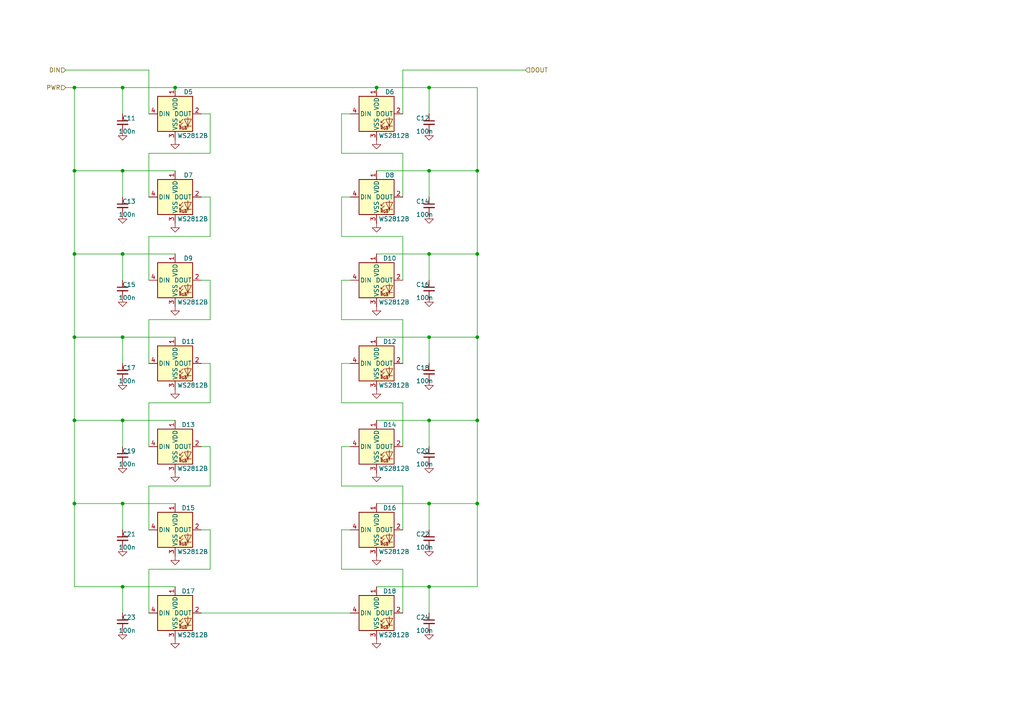
<source format=kicad_sch>
(kicad_sch (version 20211123) (generator eeschema)
  (paper "A4")
  (lib_symbols
    (symbol "Device:C_Small" (pin_numbers hide) (pin_names (offset 0.254) hide)
      (property "Reference" "C" (at 0.254 1.778 0))
      (property "Value" "C_Small" (at 0.254 -2.032 0))
      (symbol "C_Small_0_1"
        (polyline (pts (xy -1.524 -0.508) (xy 1.524 -0.508)) (stroke (width 0.3302)))
        (polyline (pts (xy -1.524 0.508) (xy 1.524 0.508)) (stroke (width 0.3048)))
      )
      (symbol "C_Small_1_1"
        (pin passive line (at 0 2.54 270) (length 2.032) (name "~") (number "1"))
        (pin passive line (at 0 -2.54 90) (length 2.032) (name "~") (number "2"))
      )
    )
    (symbol "GND_29" (power) (pin_names (offset 0))
      (property "Value" "GND_29" (at 0 -3.81 0))
      (symbol "GND_29_0_1"
        (polyline (pts (xy 0 0) (xy 0 -1.27) (xy 1.27 -1.27) (xy 0 -2.54) (xy -1.27 -1.27) (xy 0 -1.27)))
      )
      (symbol "GND_29_1_1"
        (pin power_in line (at 0 0 270) (length 0) hide (name "GND") (number "1"))
      )
    )
    (symbol "LED:WS2812B" (pin_names (offset 0.254))
      (property "Reference" "D" (at 5.08 5.715 0))
      (property "Value" "WS2812B" (at 1.27 -5.715 0))
      (symbol "WS2812B_0_0"
        (text "RGB" (at 2.286 -4.191 0) (effects (font (size 0.762 0.762))))
      )
      (symbol "WS2812B_0_1"
        (polyline (pts (xy 1.27 -3.556) (xy 1.778 -3.556)))
        (polyline (pts (xy 1.27 -2.54) (xy 1.778 -2.54)))
        (polyline (pts (xy 4.699 -3.556) (xy 2.667 -3.556)))
        (polyline (pts (xy 2.286 -2.54) (xy 1.27 -3.556) (xy 1.27 -3.048)))
        (polyline (pts (xy 2.286 -1.524) (xy 1.27 -2.54) (xy 1.27 -2.032)))
        (polyline (pts (xy 3.683 -1.016) (xy 3.683 -3.556) (xy 3.683 -4.064)))
        (polyline (pts (xy 4.699 -1.524) (xy 2.667 -1.524) (xy 3.683 -3.556) (xy 4.699 -1.524)))
        (rectangle (start 5.08 5.08) (end -5.08 -5.08) (stroke (width 0.254)) (fill (type background)))
      )
      (symbol "WS2812B_1_1"
        (pin power_in line (at 0 7.62 270) (length 2.54) (name "VDD") (number "1"))
        (pin output line (at 7.62 0 180) (length 2.54) (name "DOUT") (number "2"))
        (pin power_in line (at 0 -7.62 90) (length 2.54) (name "VSS") (number "3"))
        (pin input line (at -7.62 0 0) (length 2.54) (name "DIN") (number "4"))
      )
    )
  )
  (junction (at 138.43 73.66))
  (junction (at 124.46 25.4))
  (junction (at 35.56 97.79))
  (junction (at 124.46 49.53))
  (junction (at 50.8 25.4))
  (junction (at 124.46 73.66))
  (junction (at 35.56 25.4))
  (junction (at 35.56 121.92))
  (junction (at 21.59 25.4))
  (junction (at 138.43 121.92))
  (junction (at 124.46 121.92))
  (junction (at 35.56 73.66))
  (junction (at 138.43 97.79))
  (junction (at 21.59 121.92))
  (junction (at 138.43 146.05))
  (junction (at 21.59 49.53))
  (junction (at 35.56 49.53))
  (junction (at 124.46 170.18))
  (junction (at 124.46 146.05))
  (junction (at 21.59 97.79))
  (junction (at 124.46 97.79))
  (junction (at 35.56 170.18))
  (junction (at 21.59 146.05))
  (junction (at 109.22 25.4))
  (junction (at 35.56 146.05))
  (junction (at 138.43 49.53))
  (junction (at 21.59 73.66))
  (wire (pts (xy 21.59 25.4) (xy 21.59 49.53)))
  (wire (pts (xy 58.42 81.28) (xy 60.96 81.28)))
  (wire (pts (xy 21.59 146.05) (xy 21.59 170.18)))
  (wire (pts (xy 138.43 97.79) (xy 124.46 97.79)))
  (wire (pts (xy 101.6 105.41) (xy 99.06 105.41)))
  (wire (pts (xy 124.46 170.18) (xy 124.46 177.8)))
  (wire (pts (xy 43.18 92.71) (xy 60.96 92.71)))
  (wire (pts (xy 58.42 129.54) (xy 60.96 129.54)))
  (wire (pts (xy 124.46 97.79) (xy 109.22 97.79)))
  (wire (pts (xy 116.84 57.15) (xy 116.84 44.45)))
  (wire (pts (xy 124.46 73.66) (xy 109.22 73.66)))
  (wire (pts (xy 124.46 25.4) (xy 124.46 33.02)))
  (wire (pts (xy 35.56 121.92) (xy 50.8 121.92)))
  (wire (pts (xy 58.42 57.15) (xy 60.96 57.15)))
  (wire (pts (xy 138.43 170.18) (xy 124.46 170.18)))
  (wire (pts (xy 21.59 49.53) (xy 21.59 73.66)))
  (wire (pts (xy 60.96 44.45) (xy 60.96 33.02)))
  (wire (pts (xy 43.18 153.67) (xy 43.18 140.97)))
  (wire (pts (xy 138.43 121.92) (xy 138.43 146.05)))
  (wire (pts (xy 21.59 146.05) (xy 35.56 146.05)))
  (wire (pts (xy 35.56 170.18) (xy 50.8 170.18)))
  (wire (pts (xy 124.46 73.66) (xy 124.46 81.28)))
  (wire (pts (xy 43.18 129.54) (xy 43.18 116.84)))
  (wire (pts (xy 60.96 165.1) (xy 60.96 153.67)))
  (wire (pts (xy 116.84 44.45) (xy 99.06 44.45)))
  (wire (pts (xy 58.42 153.67) (xy 60.96 153.67)))
  (wire (pts (xy 116.84 140.97) (xy 99.06 140.97)))
  (wire (pts (xy 99.06 140.97) (xy 99.06 129.54)))
  (wire (pts (xy 101.6 129.54) (xy 99.06 129.54)))
  (wire (pts (xy 124.46 170.18) (xy 109.22 170.18)))
  (wire (pts (xy 124.46 146.05) (xy 124.46 153.67)))
  (wire (pts (xy 60.96 140.97) (xy 60.96 129.54)))
  (wire (pts (xy 35.56 170.18) (xy 35.56 177.8)))
  (wire (pts (xy 35.56 146.05) (xy 35.56 153.67)))
  (wire (pts (xy 35.56 49.53) (xy 35.56 57.15)))
  (wire (pts (xy 21.59 49.53) (xy 35.56 49.53)))
  (wire (pts (xy 21.59 73.66) (xy 21.59 97.79)))
  (wire (pts (xy 50.8 25.4) (xy 109.22 25.4)))
  (wire (pts (xy 60.96 68.58) (xy 60.96 57.15)))
  (wire (pts (xy 124.46 97.79) (xy 124.46 105.41)))
  (wire (pts (xy 124.46 25.4) (xy 109.22 25.4)))
  (wire (pts (xy 35.56 146.05) (xy 50.8 146.05)))
  (wire (pts (xy 43.18 68.58) (xy 60.96 68.58)))
  (wire (pts (xy 124.46 121.92) (xy 124.46 129.54)))
  (wire (pts (xy 21.59 170.18) (xy 35.56 170.18)))
  (wire (pts (xy 138.43 25.4) (xy 124.46 25.4)))
  (wire (pts (xy 124.46 49.53) (xy 124.46 57.15)))
  (wire (pts (xy 99.06 116.84) (xy 99.06 105.41)))
  (wire (pts (xy 124.46 121.92) (xy 109.22 121.92)))
  (wire (pts (xy 116.84 177.8) (xy 116.84 165.1)))
  (wire (pts (xy 21.59 97.79) (xy 35.56 97.79)))
  (wire (pts (xy 138.43 73.66) (xy 138.43 97.79)))
  (wire (pts (xy 35.56 97.79) (xy 35.56 105.41)))
  (wire (pts (xy 138.43 121.92) (xy 124.46 121.92)))
  (wire (pts (xy 21.59 73.66) (xy 35.56 73.66)))
  (wire (pts (xy 43.18 105.41) (xy 43.18 92.71)))
  (wire (pts (xy 101.6 81.28) (xy 99.06 81.28)))
  (wire (pts (xy 35.56 121.92) (xy 35.56 129.54)))
  (wire (pts (xy 35.56 25.4) (xy 35.56 33.02)))
  (wire (pts (xy 35.56 49.53) (xy 50.8 49.53)))
  (wire (pts (xy 116.84 20.32) (xy 152.4 20.32)))
  (wire (pts (xy 35.56 25.4) (xy 50.8 25.4)))
  (wire (pts (xy 43.18 33.02) (xy 43.18 20.32)))
  (wire (pts (xy 21.59 97.79) (xy 21.59 121.92)))
  (wire (pts (xy 138.43 97.79) (xy 138.43 121.92)))
  (wire (pts (xy 116.84 165.1) (xy 99.06 165.1)))
  (wire (pts (xy 58.42 33.02) (xy 60.96 33.02)))
  (wire (pts (xy 101.6 33.02) (xy 99.06 33.02)))
  (wire (pts (xy 35.56 73.66) (xy 50.8 73.66)))
  (wire (pts (xy 116.84 33.02) (xy 116.84 20.32)))
  (wire (pts (xy 99.06 68.58) (xy 99.06 57.15)))
  (wire (pts (xy 116.84 81.28) (xy 116.84 68.58)))
  (wire (pts (xy 116.84 116.84) (xy 99.06 116.84)))
  (wire (pts (xy 60.96 92.71) (xy 60.96 81.28)))
  (wire (pts (xy 116.84 68.58) (xy 99.06 68.58)))
  (wire (pts (xy 43.18 140.97) (xy 60.96 140.97)))
  (wire (pts (xy 116.84 153.67) (xy 116.84 140.97)))
  (wire (pts (xy 19.05 25.4) (xy 21.59 25.4)))
  (wire (pts (xy 60.96 116.84) (xy 60.96 105.41)))
  (wire (pts (xy 99.06 92.71) (xy 99.06 81.28)))
  (wire (pts (xy 35.56 97.79) (xy 50.8 97.79)))
  (wire (pts (xy 21.59 121.92) (xy 35.56 121.92)))
  (wire (pts (xy 138.43 25.4) (xy 138.43 49.53)))
  (wire (pts (xy 138.43 146.05) (xy 124.46 146.05)))
  (wire (pts (xy 116.84 129.54) (xy 116.84 116.84)))
  (wire (pts (xy 43.18 165.1) (xy 60.96 165.1)))
  (wire (pts (xy 138.43 73.66) (xy 124.46 73.66)))
  (wire (pts (xy 116.84 92.71) (xy 99.06 92.71)))
  (wire (pts (xy 58.42 105.41) (xy 60.96 105.41)))
  (wire (pts (xy 43.18 44.45) (xy 60.96 44.45)))
  (wire (pts (xy 138.43 49.53) (xy 124.46 49.53)))
  (wire (pts (xy 99.06 44.45) (xy 99.06 33.02)))
  (wire (pts (xy 101.6 57.15) (xy 99.06 57.15)))
  (wire (pts (xy 99.06 165.1) (xy 99.06 153.67)))
  (wire (pts (xy 21.59 121.92) (xy 21.59 146.05)))
  (wire (pts (xy 138.43 49.53) (xy 138.43 73.66)))
  (wire (pts (xy 43.18 116.84) (xy 60.96 116.84)))
  (wire (pts (xy 138.43 146.05) (xy 138.43 170.18)))
  (wire (pts (xy 124.46 146.05) (xy 109.22 146.05)))
  (wire (pts (xy 43.18 81.28) (xy 43.18 68.58)))
  (wire (pts (xy 58.42 177.8) (xy 101.6 177.8)))
  (wire (pts (xy 43.18 177.8) (xy 43.18 165.1)))
  (wire (pts (xy 19.05 20.32) (xy 43.18 20.32)))
  (wire (pts (xy 101.6 153.67) (xy 99.06 153.67)))
  (wire (pts (xy 43.18 57.15) (xy 43.18 44.45)))
  (wire (pts (xy 124.46 49.53) (xy 109.22 49.53)))
  (wire (pts (xy 116.84 105.41) (xy 116.84 92.71)))
  (wire (pts (xy 35.56 73.66) (xy 35.56 81.28)))
  (wire (pts (xy 21.59 25.4) (xy 35.56 25.4)))
  (hierarchical_label "DIN" (shape input) (at 19.05 20.32 180))
  (hierarchical_label "PWR" (shape input) (at 19.05 25.4 180))
  (hierarchical_label "DOUT" (shape input) (at 152.4 20.32 0))
  (symbol (lib_name "GND_29") (lib_id "power:GND") (at 35.56 134.62 0) (mirror y) (unit 1)
    (property "Reference" "#PWR0145" (effects hide))
    (property "Value" "GND" (effects hide))
  )
  (symbol (lib_id "Device:C_Small") (at 124.46 35.56 0) (unit 1)
    (property "Reference" "C12" (at 120.65 34.29 0) (effects (justify left)))
    (property "Value" "100n" (at 120.65 38.1 0) (effects (justify left)))
    (property "Footprint" "Capacitor_SMD:C_0201_0603Metric" (effects hide))
  )
  (symbol (lib_name "GND_29") (lib_id "power:GND") (at 109.22 64.77 0) (unit 1)
    (property "Reference" "#PWR0163" (effects hide))
    (property "Value" "GND" (effects hide))
  )
  (symbol (lib_id "Device:C_Small") (at 124.46 156.21 0) (unit 1)
    (property "Reference" "C22" (at 120.65 154.94 0) (effects (justify left)))
    (property "Value" "100n" (at 120.65 158.75 0) (effects (justify left)))
    (property "Footprint" "Capacitor_SMD:C_0201_0603Metric" (effects hide))
  )
  (symbol (lib_id "Device:C_Small") (at 35.56 156.21 0) (mirror y) (unit 1)
    (property "Reference" "C21" (at 39.37 154.94 0) (effects (justify left)))
    (property "Value" "100n" (at 39.37 158.75 0) (effects (justify left)))
    (property "Footprint" "Capacitor_SMD:C_0201_0603Metric" (effects hide))
  )
  (symbol (lib_name "GND_29") (lib_id "power:GND") (at 35.56 158.75 0) (mirror y) (unit 1)
    (property "Reference" "#PWR0151" (effects hide))
    (property "Value" "GND" (effects hide))
  )
  (symbol (lib_name "GND_29") (lib_id "power:GND") (at 50.8 137.16 0) (unit 1)
    (property "Reference" "#PWR0146" (effects hide))
    (property "Value" "GND" (effects hide))
  )
  (symbol (lib_id "Device:C_Small") (at 124.46 132.08 0) (unit 1)
    (property "Reference" "C20" (at 120.65 130.81 0) (effects (justify left)))
    (property "Value" "100n" (at 120.65 134.62 0) (effects (justify left)))
    (property "Footprint" "Capacitor_SMD:C_0201_0603Metric" (effects hide))
  )
  (symbol (lib_id "LED:WS2812B") (at 50.8 57.15 0) (unit 1)
    (property "Reference" "D7" (at 54.61 50.8 0))
    (property "Value" "WS2812B" (at 55.88 63.5 0))
    (property "Footprint" "Critbit_lib:LED_WS2812B-2020_pinsRenumbered" (effects hide))
    (property "Datasheet" "https://cdn-shop.adafruit.com/datasheets/WS2812B.pdf" (effects hide))
  )
  (symbol (lib_name "GND_29") (lib_id "power:GND") (at 124.46 182.88 0) (unit 1)
    (property "Reference" "#PWR0144" (effects hide))
    (property "Value" "GND" (effects hide))
  )
  (symbol (lib_id "LED:WS2812B") (at 109.22 33.02 0) (unit 1)
    (property "Reference" "D6" (at 113.03 26.67 0))
    (property "Value" "WS2812B" (at 114.3 39.37 0))
    (property "Footprint" "Critbit_lib:LED_WS2812B-2020_pinsRenumbered" (effects hide))
    (property "Datasheet" "https://cdn-shop.adafruit.com/datasheets/WS2812B.pdf" (effects hide))
  )
  (symbol (lib_id "LED:WS2812B") (at 109.22 57.15 0) (unit 1)
    (property "Reference" "D8" (at 113.03 50.8 0))
    (property "Value" "WS2812B" (at 114.3 63.5 0))
    (property "Footprint" "Critbit_lib:LED_WS2812B-2020_pinsRenumbered" (effects hide))
    (property "Datasheet" "https://cdn-shop.adafruit.com/datasheets/WS2812B.pdf" (effects hide))
  )
  (symbol (lib_id "LED:WS2812B") (at 50.8 177.8 0) (unit 1)
    (property "Reference" "D17" (at 54.61 171.45 0))
    (property "Value" "WS2812B" (at 55.88 184.15 0))
    (property "Footprint" "Critbit_lib:LED_WS2812B-2020_pinsRenumbered" (effects hide))
    (property "Datasheet" "https://cdn-shop.adafruit.com/datasheets/WS2812B.pdf" (effects hide))
  )
  (symbol (lib_id "LED:WS2812B") (at 50.8 33.02 0) (unit 1)
    (property "Reference" "D5" (at 54.61 26.67 0))
    (property "Value" "WS2812B" (at 55.88 39.37 0))
    (property "Footprint" "Critbit_lib:LED_WS2812B-2020_pinsRenumbered" (effects hide))
    (property "Datasheet" "https://cdn-shop.adafruit.com/datasheets/WS2812B.pdf" (effects hide))
  )
  (symbol (lib_name "GND_29") (lib_id "power:GND") (at 50.8 185.42 0) (unit 1)
    (property "Reference" "#PWR0148" (effects hide))
    (property "Value" "GND" (effects hide))
  )
  (symbol (lib_name "GND_29") (lib_id "power:GND") (at 35.56 110.49 0) (mirror y) (unit 1)
    (property "Reference" "#PWR0150" (effects hide))
    (property "Value" "GND" (effects hide))
  )
  (symbol (lib_id "Device:C_Small") (at 35.56 35.56 0) (mirror y) (unit 1)
    (property "Reference" "C11" (at 39.37 34.29 0) (effects (justify left)))
    (property "Value" "100n" (at 39.37 38.1 0) (effects (justify left)))
    (property "Footprint" "Capacitor_SMD:C_0201_0603Metric" (effects hide))
  )
  (symbol (lib_id "LED:WS2812B") (at 109.22 105.41 0) (unit 1)
    (property "Reference" "D12" (at 113.03 99.06 0))
    (property "Value" "WS2812B" (at 114.3 111.76 0))
    (property "Footprint" "Critbit_lib:LED_WS2812B-2020_pinsRenumbered" (effects hide))
    (property "Datasheet" "https://cdn-shop.adafruit.com/datasheets/WS2812B.pdf" (effects hide))
  )
  (symbol (lib_id "Device:C_Small") (at 124.46 107.95 0) (unit 1)
    (property "Reference" "C18" (at 120.65 106.68 0) (effects (justify left)))
    (property "Value" "100n" (at 120.65 110.49 0) (effects (justify left)))
    (property "Footprint" "Capacitor_SMD:C_0201_0603Metric" (effects hide))
  )
  (symbol (lib_name "GND_29") (lib_id "power:GND") (at 124.46 86.36 0) (unit 1)
    (property "Reference" "#PWR0161" (effects hide))
    (property "Value" "GND" (effects hide))
  )
  (symbol (lib_name "GND_29") (lib_id "power:GND") (at 35.56 38.1 0) (mirror y) (unit 1)
    (property "Reference" "#PWR0157" (effects hide))
    (property "Value" "GND" (effects hide))
  )
  (symbol (lib_id "Device:C_Small") (at 35.56 59.69 0) (mirror y) (unit 1)
    (property "Reference" "C13" (at 39.37 58.42 0) (effects (justify left)))
    (property "Value" "100n" (at 39.37 62.23 0) (effects (justify left)))
    (property "Footprint" "Capacitor_SMD:C_0201_0603Metric" (effects hide))
  )
  (symbol (lib_id "Device:C_Small") (at 124.46 180.34 0) (unit 1)
    (property "Reference" "C24" (at 120.65 179.07 0) (effects (justify left)))
    (property "Value" "100n" (at 120.65 182.88 0) (effects (justify left)))
    (property "Footprint" "Capacitor_SMD:C_0201_0603Metric" (effects hide))
  )
  (symbol (lib_name "GND_29") (lib_id "power:GND") (at 50.8 161.29 0) (unit 1)
    (property "Reference" "#PWR0152" (effects hide))
    (property "Value" "GND" (effects hide))
  )
  (symbol (lib_id "Device:C_Small") (at 124.46 59.69 0) (unit 1)
    (property "Reference" "C14" (at 120.65 58.42 0) (effects (justify left)))
    (property "Value" "100n" (at 120.65 62.23 0) (effects (justify left)))
    (property "Footprint" "Capacitor_SMD:C_0201_0603Metric" (effects hide))
  )
  (symbol (lib_name "GND_29") (lib_id "power:GND") (at 124.46 62.23 0) (unit 1)
    (property "Reference" "#PWR0164" (effects hide))
    (property "Value" "GND" (effects hide))
  )
  (symbol (lib_name "GND_29") (lib_id "power:GND") (at 124.46 38.1 0) (unit 1)
    (property "Reference" "#PWR0165" (effects hide))
    (property "Value" "GND" (effects hide))
  )
  (symbol (lib_id "LED:WS2812B") (at 109.22 153.67 0) (unit 1)
    (property "Reference" "D16" (at 113.03 147.32 0))
    (property "Value" "WS2812B" (at 114.3 160.02 0))
    (property "Footprint" "Critbit_lib:LED_WS2812B-2020_pinsRenumbered" (effects hide))
    (property "Datasheet" "https://cdn-shop.adafruit.com/datasheets/WS2812B.pdf" (effects hide))
  )
  (symbol (lib_name "GND_29") (lib_id "power:GND") (at 109.22 88.9 0) (unit 1)
    (property "Reference" "#PWR0162" (effects hide))
    (property "Value" "GND" (effects hide))
  )
  (symbol (lib_name "GND_29") (lib_id "power:GND") (at 124.46 110.49 0) (unit 1)
    (property "Reference" "#PWR0159" (effects hide))
    (property "Value" "GND" (effects hide))
  )
  (symbol (lib_name "GND_29") (lib_id "power:GND") (at 109.22 161.29 0) (unit 1)
    (property "Reference" "#PWR0140" (effects hide))
    (property "Value" "GND" (effects hide))
  )
  (symbol (lib_name "GND_29") (lib_id "power:GND") (at 35.56 62.23 0) (mirror y) (unit 1)
    (property "Reference" "#PWR0155" (effects hide))
    (property "Value" "GND" (effects hide))
  )
  (symbol (lib_name "GND_29") (lib_id "power:GND") (at 50.8 40.64 0) (unit 1)
    (property "Reference" "#PWR0158" (effects hide))
    (property "Value" "GND" (effects hide))
  )
  (symbol (lib_id "LED:WS2812B") (at 109.22 177.8 0) (unit 1)
    (property "Reference" "D18" (at 113.03 171.45 0))
    (property "Value" "WS2812B" (at 114.3 184.15 0))
    (property "Footprint" "Critbit_lib:LED_WS2812B-2020_pinsRenumbered" (effects hide))
    (property "Datasheet" "https://cdn-shop.adafruit.com/datasheets/WS2812B.pdf" (effects hide))
  )
  (symbol (lib_id "LED:WS2812B") (at 109.22 81.28 0) (unit 1)
    (property "Reference" "D10" (at 113.03 74.93 0))
    (property "Value" "WS2812B" (at 114.3 87.63 0))
    (property "Footprint" "Critbit_lib:LED_WS2812B-2020_pinsRenumbered" (effects hide))
    (property "Datasheet" "https://cdn-shop.adafruit.com/datasheets/WS2812B.pdf" (effects hide))
  )
  (symbol (lib_name "GND_29") (lib_id "power:GND") (at 109.22 185.42 0) (unit 1)
    (property "Reference" "#PWR0143" (effects hide))
    (property "Value" "GND" (effects hide))
  )
  (symbol (lib_name "GND_29") (lib_id "power:GND") (at 50.8 64.77 0) (unit 1)
    (property "Reference" "#PWR0154" (effects hide))
    (property "Value" "GND" (effects hide))
  )
  (symbol (lib_name "GND_29") (lib_id "power:GND") (at 124.46 134.62 0) (unit 1)
    (property "Reference" "#PWR0142" (effects hide))
    (property "Value" "GND" (effects hide))
  )
  (symbol (lib_name "GND_29") (lib_id "power:GND") (at 109.22 40.64 0) (unit 1)
    (property "Reference" "#PWR0166" (effects hide))
    (property "Value" "GND" (effects hide))
  )
  (symbol (lib_id "LED:WS2812B") (at 50.8 129.54 0) (unit 1)
    (property "Reference" "D13" (at 54.61 123.19 0))
    (property "Value" "WS2812B" (at 55.88 135.89 0))
    (property "Footprint" "Critbit_lib:LED_WS2812B-2020_pinsRenumbered" (effects hide))
    (property "Datasheet" "https://cdn-shop.adafruit.com/datasheets/WS2812B.pdf" (effects hide))
  )
  (symbol (lib_id "LED:WS2812B") (at 109.22 129.54 0) (unit 1)
    (property "Reference" "D14" (at 113.03 123.19 0))
    (property "Value" "WS2812B" (at 114.3 135.89 0))
    (property "Footprint" "Critbit_lib:LED_WS2812B-2020_pinsRenumbered" (effects hide))
    (property "Datasheet" "https://cdn-shop.adafruit.com/datasheets/WS2812B.pdf" (effects hide))
  )
  (symbol (lib_name "GND_29") (lib_id "power:GND") (at 124.46 158.75 0) (unit 1)
    (property "Reference" "#PWR0141" (effects hide))
    (property "Value" "GND" (effects hide))
  )
  (symbol (lib_id "LED:WS2812B") (at 50.8 105.41 0) (unit 1)
    (property "Reference" "D11" (at 54.61 99.06 0))
    (property "Value" "WS2812B" (at 55.88 111.76 0))
    (property "Footprint" "Critbit_lib:LED_WS2812B-2020_pinsRenumbered" (effects hide))
    (property "Datasheet" "https://cdn-shop.adafruit.com/datasheets/WS2812B.pdf" (effects hide))
  )
  (symbol (lib_id "LED:WS2812B") (at 50.8 81.28 0) (unit 1)
    (property "Reference" "D9" (at 54.61 74.93 0))
    (property "Value" "WS2812B" (at 55.88 87.63 0))
    (property "Footprint" "Critbit_lib:LED_WS2812B-2020_pinsRenumbered" (effects hide))
    (property "Datasheet" "https://cdn-shop.adafruit.com/datasheets/WS2812B.pdf" (effects hide))
  )
  (symbol (lib_id "LED:WS2812B") (at 50.8 153.67 0) (unit 1)
    (property "Reference" "D15" (at 54.61 147.32 0))
    (property "Value" "WS2812B" (at 55.88 160.02 0))
    (property "Footprint" "Critbit_lib:LED_WS2812B-2020_pinsRenumbered" (effects hide))
    (property "Datasheet" "https://cdn-shop.adafruit.com/datasheets/WS2812B.pdf" (effects hide))
  )
  (symbol (lib_id "Device:C_Small") (at 35.56 132.08 0) (mirror y) (unit 1)
    (property "Reference" "C19" (at 39.37 130.81 0) (effects (justify left)))
    (property "Value" "100n" (at 39.37 134.62 0) (effects (justify left)))
    (property "Footprint" "Capacitor_SMD:C_0201_0603Metric" (effects hide))
  )
  (symbol (lib_name "GND_29") (lib_id "power:GND") (at 50.8 88.9 0) (unit 1)
    (property "Reference" "#PWR0153" (effects hide))
    (property "Value" "GND" (effects hide))
  )
  (symbol (lib_name "GND_29") (lib_id "power:GND") (at 109.22 137.16 0) (unit 1)
    (property "Reference" "#PWR0139" (effects hide))
    (property "Value" "GND" (effects hide))
  )
  (symbol (lib_name "GND_29") (lib_id "power:GND") (at 109.22 113.03 0) (unit 1)
    (property "Reference" "#PWR0160" (effects hide))
    (property "Value" "GND" (effects hide))
  )
  (symbol (lib_name "GND_29") (lib_id "power:GND") (at 50.8 113.03 0) (unit 1)
    (property "Reference" "#PWR0149" (effects hide))
    (property "Value" "GND" (effects hide))
  )
  (symbol (lib_id "Device:C_Small") (at 124.46 83.82 0) (unit 1)
    (property "Reference" "C16" (at 120.65 82.55 0) (effects (justify left)))
    (property "Value" "100n" (at 120.65 86.36 0) (effects (justify left)))
    (property "Footprint" "Capacitor_SMD:C_0201_0603Metric" (effects hide))
  )
  (symbol (lib_id "Device:C_Small") (at 35.56 83.82 0) (mirror y) (unit 1)
    (property "Reference" "C15" (at 39.37 82.55 0) (effects (justify left)))
    (property "Value" "100n" (at 39.37 86.36 0) (effects (justify left)))
    (property "Footprint" "Capacitor_SMD:C_0201_0603Metric" (effects hide))
  )
  (symbol (lib_id "Device:C_Small") (at 35.56 107.95 0) (mirror y) (unit 1)
    (property "Reference" "C17" (at 39.37 106.68 0) (effects (justify left)))
    (property "Value" "100n" (at 39.37 110.49 0) (effects (justify left)))
    (property "Footprint" "Capacitor_SMD:C_0201_0603Metric" (effects hide))
  )
  (symbol (lib_name "GND_29") (lib_id "power:GND") (at 35.56 86.36 0) (mirror y) (unit 1)
    (property "Reference" "#PWR0156" (effects hide))
    (property "Value" "GND" (effects hide))
  )
  (symbol (lib_name "GND_29") (lib_id "power:GND") (at 35.56 182.88 0) (mirror y) (unit 1)
    (property "Reference" "#PWR0147" (effects hide))
    (property "Value" "GND" (effects hide))
  )
  (symbol (lib_id "Device:C_Small") (at 35.56 180.34 0) (mirror y) (unit 1)
    (property "Reference" "C23" (at 39.37 179.07 0) (effects (justify left)))
    (property "Value" "100n" (at 39.37 182.88 0) (effects (justify left)))
    (property "Footprint" "Capacitor_SMD:C_0201_0603Metric" (effects hide))
  )
)
</source>
